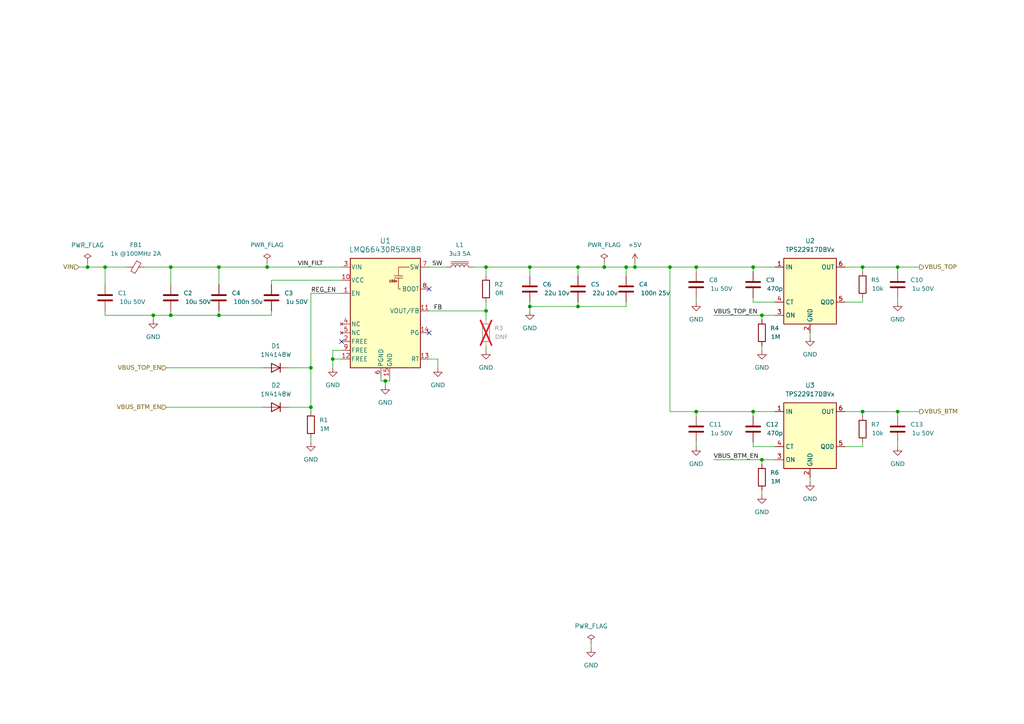
<source format=kicad_sch>
(kicad_sch (version 20230121) (generator eeschema)
  (paper "A4")
  (title_block (title "Demo Board") (date "2023-11-27") (rev "A") (company "The Cornell Lab, K. Lisa Yang Center for Conservation Bioacoustics") (comment 2 "Drawn by: Jordan Aceto") (comment 3 "Brief: PCB to demo KiCad documentation scripts") (comment 4 "Project: Engineering Tools"))
  (lib_symbols
    (symbol "ccb_DC-DC:LMQ66430-5V" (pin_names (offset 0.254))
      (property "Reference" "U?" (at 0 20.32 0))
      (property "Value" "LMQ66430-5V" (at 0 17.78 0))
      (symbol "LMQ66430-5V_0_1"
        (rectangle (start -10.16 15.24) (end 10.16 -16.51) (stroke (width 0.254)) (fill (type background)))
        (polyline (pts (xy 2.54 9.525) (xy 5.08 9.525)))
        (polyline (pts (xy 2.54 10.16) (xy 5.08 10.16)))
        (polyline (pts (xy 3.81 9.525) (xy 3.81 6.35) (xy 4.445 6.35)))
        (polyline (pts (xy 3.81 10.16) (xy 3.81 12.7) (xy 6.985 12.7)))
      )
      (symbol "LMQ66430-5V_1_0"
        (pin power_out line (at -12.7 8.89 0) (length 2.54) (name "VCC") (number "10"))
        (pin power_out line (at 12.7 0 180) (length 2.54) (name "VOUT/FB") (number "11"))
        (pin free line (at -12.7 -13.97 0) (length 2.54) (name "FREE") (number "12"))
        (pin input line (at 12.7 -13.97 180) (length 2.54) (name "RT") (number "13"))
        (pin open_collector line (at 12.7 -6.35 180) (length 2.54) (name "PG") (number "14"))
        (pin power_in line (at 1.27 -19.05 90) (length 2.54) (name "GND") (number "15"))
      )
      (symbol "LMQ66430-5V_1_1"
        (text "100n" (at 2.286 8.636 0) (effects (font (size 0.635 0.635))))
        (pin input line (at -12.7 5.08 0) (length 2.54) (name "EN") (number "1"))
        (pin free line (at -12.7 -8.89 0) (length 2.54) (name "FREE") (number "2"))
        (pin power_in line (at -12.7 12.7 0) (length 2.54) (name "VIN") (number "3"))
        (pin no_connect line (at -12.7 -3.81 0) (length 2.54) (name "NC") (number "4"))
        (pin no_connect line (at -12.7 -6.35 0) (length 2.54) (name "NC") (number "5"))
        (pin power_in line (at -1.27 -19.05 90) (length 2.54) (name "PGND") (number "6"))
        (pin output line (at 12.7 12.7 180) (length 2.54) (name "SW") (number "7"))
        (pin output line (at 12.7 6.35 180) (length 2.54) (name "BOOT") (number "8"))
        (pin free line (at -12.7 -11.43 0) (length 2.54) (name "FREE") (number "9"))
      )
    )
    (symbol "ccb_capacitor:CAP_CER_0.1UF_100V_X7R_0603" (pin_numbers hide) (pin_names (offset 0.254))
      (property "Reference" "C?" (at 3.81 1.27 0))
      (property "Value" "100n" (at 3.81 -1.27 0))
      (symbol "CAP_CER_0.1UF_100V_X7R_0603_0_1"
        (polyline (pts (xy -2.032 -0.762) (xy 2.032 -0.762)) (stroke (width 0.508)))
        (polyline (pts (xy -2.032 0.762) (xy 2.032 0.762)) (stroke (width 0.508)))
      )
      (symbol "CAP_CER_0.1UF_100V_X7R_0603_1_1"
        (pin passive line (at 0 3.81 270) (length 2.794) (name "~") (number "1"))
        (pin passive line (at 0 -3.81 90) (length 2.794) (name "~") (number "2"))
      )
    )
    (symbol "ccb_capacitor:CAP_CER_10UF_50V_X7R_1210" (pin_numbers hide) (pin_names (offset 0.254))
      (property "Reference" "C?" (at 3.81 1.27 0))
      (property "Value" "10u" (at 3.81 -1.27 0))
      (symbol "CAP_CER_10UF_50V_X7R_1210_0_1"
        (polyline (pts (xy -2.032 -0.762) (xy 2.032 -0.762)) (stroke (width 0.508)))
        (polyline (pts (xy -2.032 0.762) (xy 2.032 0.762)) (stroke (width 0.508)))
      )
      (symbol "CAP_CER_10UF_50V_X7R_1210_1_1"
        (pin passive line (at 0 3.81 270) (length 2.794) (name "~") (number "1"))
        (pin passive line (at 0 -3.81 90) (length 2.794) (name "~") (number "2"))
      )
    )
    (symbol "ccb_capacitor:CAP_CER_1UF_50V_X5R_0603" (pin_numbers hide) (pin_names (offset 0.254))
      (property "Reference" "C?" (at 3.81 1.27 0))
      (property "Value" "1u" (at 3.81 -1.27 0))
      (symbol "CAP_CER_1UF_50V_X5R_0603_0_1"
        (polyline (pts (xy -2.032 -0.762) (xy 2.032 -0.762)) (stroke (width 0.508)))
        (polyline (pts (xy -2.032 0.762) (xy 2.032 0.762)) (stroke (width 0.508)))
      )
      (symbol "CAP_CER_1UF_50V_X5R_0603_1_1"
        (pin passive line (at 0 3.81 270) (length 2.794) (name "~") (number "1"))
        (pin passive line (at 0 -3.81 90) (length 2.794) (name "~") (number "2"))
      )
    )
    (symbol "ccb_capacitor:CAP_CER_22UF_10V_X7R_1206" (pin_numbers hide) (pin_names (offset 0.254))
      (property "Reference" "C?" (at 3.81 1.27 0))
      (property "Value" "22u" (at 3.81 -1.27 0))
      (symbol "CAP_CER_22UF_10V_X7R_1206_0_1"
        (polyline (pts (xy -2.032 -0.762) (xy 2.032 -0.762)) (stroke (width 0.508)))
        (polyline (pts (xy -2.032 0.762) (xy 2.032 0.762)) (stroke (width 0.508)))
      )
      (symbol "CAP_CER_22UF_10V_X7R_1206_1_1"
        (pin passive line (at 0 3.81 270) (length 2.794) (name "~") (number "1"))
        (pin passive line (at 0 -3.81 90) (length 2.794) (name "~") (number "2"))
      )
    )
    (symbol "ccb_capacitor:CAP_CER_470PF_50V_C0G/NP0_0603" (pin_numbers hide) (pin_names (offset 0.254))
      (property "Reference" "C?" (at 3.81 1.27 0))
      (property "Value" "470p" (at 3.81 -1.27 0))
      (symbol "CAP_CER_470PF_50V_C0G/NP0_0603_0_1"
        (polyline (pts (xy -2.032 -0.762) (xy 2.032 -0.762)) (stroke (width 0.508)))
        (polyline (pts (xy -2.032 0.762) (xy 2.032 0.762)) (stroke (width 0.508)))
      )
      (symbol "CAP_CER_470PF_50V_C0G/NP0_0603_1_1"
        (pin passive line (at 0 3.81 270) (length 2.794) (name "~") (number "1"))
        (pin passive line (at 0 -3.81 90) (length 2.794) (name "~") (number "2"))
      )
    )
    (symbol "ccb_diode:1N4148W" (pin_numbers hide) (pin_names hide)
      (property "Reference" "D?" (at 0 5.08 0))
      (property "Value" "1N4148W" (at 0 2.54 0))
      (symbol "1N4148W_0_1"
        (polyline (pts (xy -1.27 1.27) (xy -1.27 -1.27)) (stroke (width 0.254)))
        (polyline (pts (xy 1.27 0) (xy -1.27 0)))
        (polyline (pts (xy 1.27 1.27) (xy 1.27 -1.27) (xy -1.27 0) (xy 1.27 1.27)) (stroke (width 0.254)))
      )
      (symbol "1N4148W_1_1"
        (pin passive line (at -3.81 0 0) (length 2.54) (name "K") (number "1"))
        (pin passive line (at 3.81 0 180) (length 2.54) (name "A") (number "2"))
      )
    )
    (symbol "ccb_inductor:FERRITE_BEAD_1K_OHM_1210_1LN" (pin_numbers hide) (pin_names (offset 0))
      (property "Reference" "FB?" (at -0.0381 6.35 0))
      (property "Value" "1k @100MHz 2A" (at -0.0381 3.81 0))
      (symbol "FERRITE_BEAD_1K_OHM_1210_1LN_0_1"
        (polyline (pts (xy -0.889 0) (xy -1.2954 0)))
        (polyline (pts (xy 1.27 0) (xy 0.7874 0)))
        (polyline (pts (xy -0.2794 -1.8288) (xy -1.4986 -1.1176) (xy 0.2032 1.8288) (xy 1.4224 1.1176) (xy -0.2794 -1.8288)))
      )
      (symbol "FERRITE_BEAD_1K_OHM_1210_1LN_1_1"
        (pin passive line (at -2.54 0 0) (length 1.27) (name "~") (number "1"))
        (pin passive line (at 2.54 0 180) (length 1.27) (name "~") (number "2"))
      )
    )
    (symbol "ccb_inductor:XGL4030-332MEC" (pin_numbers hide) (pin_names (offset 1.016) hide)
      (property "Reference" "L?" (at 0 5.08 0))
      (property "Value" "3u3 5A" (at 0 2.54 0))
      (symbol "XGL4030-332MEC_0_1"
        (arc (start -1.27 0) (mid -1.905 0.6323) (end -2.54 0))
        (arc (start 0 0) (mid -0.635 0.6323) (end -1.27 0))
        (polyline (pts (xy -2.54 1.016) (xy 2.54 1.016)))
        (polyline (pts (xy 2.54 1.524) (xy -2.54 1.524)))
        (arc (start 1.27 0) (mid 0.635 0.6323) (end 0 0))
        (arc (start 2.54 0) (mid 1.905 0.6323) (end 1.27 0))
      )
      (symbol "XGL4030-332MEC_1_1"
        (pin passive line (at -3.81 0 0) (length 1.27) (name "1") (number "1"))
        (pin passive line (at 3.81 0 180) (length 1.27) (name "2") (number "2"))
      )
    )
    (symbol "ccb_load_switch:TPS22917DBVx"
      (property "Reference" "U?" (at 0 12.7 0))
      (property "Value" "TPS22917DBVx" (at 0 10.16 0))
      (symbol "TPS22917DBVx_1_1"
        (rectangle (start -7.62 8.89) (end 7.62 -10.16) (stroke (width 0.254)) (fill (type background)))
        (pin power_in line (at -10.16 6.35 0) (length 2.54) (name "IN") (number "1"))
        (pin power_in line (at 0 -12.7 90) (length 2.54) (name "GND") (number "2"))
        (pin input line (at -10.16 -7.62 0) (length 2.54) (name "ON") (number "3"))
        (pin output line (at -10.16 -3.81 0) (length 2.54) (name "CT") (number "4"))
        (pin open_collector line (at 10.16 -3.81 180) (length 2.54) (name "QOD") (number "5"))
        (pin power_out line (at 10.16 6.35 180) (length 2.54) (name "OUT") (number "6"))
      )
    )
    (symbol "ccb_resistor:RES_SMD_0_OHM_JUMPER_1/10W_0603" (pin_numbers hide) (pin_names (offset 0))
      (property "Reference" "R?" (at 2.54 1.27 0))
      (property "Value" "0R" (at 2.54 -1.27 0))
      (symbol "RES_SMD_0_OHM_JUMPER_1/10W_0603_0_1"
        (rectangle (start -1.016 -2.54) (end 1.016 2.54) (stroke (width 0.254)))
      )
      (symbol "RES_SMD_0_OHM_JUMPER_1/10W_0603_1_1"
        (pin passive line (at 0 3.81 270) (length 1.27) (name "~") (number "1"))
        (pin passive line (at 0 -3.81 90) (length 1.27) (name "~") (number "2"))
      )
    )
    (symbol "ccb_resistor:RES_SMD_10K_OHM_1%_1/10W_0603" (pin_numbers hide) (pin_names (offset 0))
      (property "Reference" "R?" (at 2.54 1.27 0))
      (property "Value" "10k" (at 2.54 -1.27 0))
      (symbol "RES_SMD_10K_OHM_1%_1/10W_0603_0_1"
        (rectangle (start -1.016 -2.54) (end 1.016 2.54) (stroke (width 0.254)))
      )
      (symbol "RES_SMD_10K_OHM_1%_1/10W_0603_1_1"
        (pin passive line (at 0 3.81 270) (length 1.27) (name "~") (number "1"))
        (pin passive line (at 0 -3.81 90) (length 1.27) (name "~") (number "2"))
      )
    )
    (symbol "ccb_resistor:RES_SMD_1M_OHM_1%_1/10W_0603" (pin_numbers hide) (pin_names (offset 0))
      (property "Reference" "R?" (at 2.54 1.27 0))
      (property "Value" "1k2" (at 2.54 -1.27 0))
      (symbol "RES_SMD_1M_OHM_1%_1/10W_0603_0_1"
        (rectangle (start -1.016 -2.54) (end 1.016 2.54) (stroke (width 0.254)))
      )
      (symbol "RES_SMD_1M_OHM_1%_1/10W_0603_1_1"
        (pin passive line (at 0 3.81 270) (length 1.27) (name "~") (number "1"))
        (pin passive line (at 0 -3.81 90) (length 1.27) (name "~") (number "2"))
      )
    )
    (symbol "ccb_resistor:R_0603_DNP" (pin_numbers hide) (pin_names (offset 0))
      (property "Reference" "R?" (at 2.54 1.27 0))
      (property "Value" "DNP" (at 2.54 -1.27 0))
      (symbol "R_0603_DNP_0_1"
        (rectangle (start -1.016 -2.54) (end 1.016 2.54) (stroke (width 0.254)))
      )
      (symbol "R_0603_DNP_1_1"
        (pin passive line (at 0 3.81 270) (length 1.27) (name "~") (number "1"))
        (pin passive line (at 0 -3.81 90) (length 1.27) (name "~") (number "2"))
      )
    )
    (symbol "power:+5V" (power) (pin_names (offset 0))
      (property "Value" "+5V" (at 0 3.556 0))
      (symbol "+5V_0_1"
        (polyline (pts (xy -0.762 1.27) (xy 0 2.54)))
        (polyline (pts (xy 0 0) (xy 0 2.54)))
        (polyline (pts (xy 0 2.54) (xy 0.762 1.27)))
      )
      (symbol "+5V_1_1"
        (pin power_in line (at 0 0 90) (length 0) hide (name "+5V") (number "1"))
      )
    )
    (symbol "power:GND" (power) (pin_names (offset 0))
      (property "Value" "GND" (at 0 -3.81 0))
      (symbol "GND_0_1"
        (polyline (pts (xy 0 0) (xy 0 -1.27) (xy 1.27 -1.27) (xy 0 -2.54) (xy -1.27 -1.27) (xy 0 -1.27)))
      )
      (symbol "GND_1_1"
        (pin power_in line (at 0 0 270) (length 0) hide (name "GND") (number "1"))
      )
    )
    (symbol "power:PWR_FLAG" (power) (pin_numbers hide) (pin_names (offset 0) hide)
      (property "Value" "PWR_FLAG" (at 0 3.81 0))
      (symbol "PWR_FLAG_0_0"
        (pin power_out line (at 0 0 90) (length 0) (name "pwr") (number "1"))
      )
      (symbol "PWR_FLAG_0_1"
        (polyline (pts (xy 0 0) (xy 0 1.27) (xy -1.016 1.905) (xy 0 2.54) (xy 1.016 1.905) (xy 0 1.27)))
      )
    )
  )
  (junction (at 44.45 91.44))
  (junction (at 260.35 77.47))
  (junction (at 77.47 77.47))
  (junction (at 30.48 77.47))
  (junction (at 260.35 119.38))
  (junction (at 111.76 110.49))
  (junction (at 220.98 133.35))
  (junction (at 49.53 77.47))
  (junction (at 96.52 104.14))
  (junction (at 201.93 77.47))
  (junction (at 194.31 77.47))
  (junction (at 167.64 88.9))
  (junction (at 90.17 106.68))
  (junction (at 250.19 77.47))
  (junction (at 218.44 119.38))
  (junction (at 25.4 77.47))
  (junction (at 90.17 118.11))
  (junction (at 63.5 91.44))
  (junction (at 220.98 91.44))
  (junction (at 49.53 91.44))
  (junction (at 140.97 90.17))
  (junction (at 250.19 119.38))
  (junction (at 153.67 77.47))
  (junction (at 181.61 77.47))
  (junction (at 153.67 88.9))
  (junction (at 201.93 119.38))
  (junction (at 63.5 77.47))
  (junction (at 218.44 77.47))
  (junction (at 140.97 77.47))
  (junction (at 184.15 77.47))
  (junction (at 175.26 77.47))
  (junction (at 167.64 77.47))
  (no_connect (at 99.06 99.06))
  (no_connect (at 124.46 83.82))
  (no_connect (at 124.46 96.52))
  (wire (pts (xy 63.5 91.44) (xy 78.74 91.44)))
  (wire (pts (xy 224.79 129.54) (xy 218.44 129.54)))
  (wire (pts (xy 140.97 90.17) (xy 140.97 92.71)))
  (wire (pts (xy 90.17 85.09) (xy 90.17 106.68)))
  (wire (pts (xy 260.35 77.47) (xy 260.35 78.74)))
  (wire (pts (xy 250.19 78.74) (xy 250.19 77.47)))
  (wire (pts (xy 30.48 77.47) (xy 36.83 77.47)))
  (wire (pts (xy 175.26 77.47) (xy 167.64 77.47)))
  (wire (pts (xy 153.67 88.9) (xy 153.67 90.17)))
  (wire (pts (xy 260.35 77.47) (xy 266.7 77.47)))
  (wire (pts (xy 167.64 88.9) (xy 181.61 88.9)))
  (wire (pts (xy 83.82 106.68) (xy 90.17 106.68)))
  (wire (pts (xy 49.53 91.44) (xy 63.5 91.44)))
  (wire (pts (xy 30.48 82.55) (xy 30.48 77.47)))
  (wire (pts (xy 99.06 77.47) (xy 77.47 77.47)))
  (wire (pts (xy 194.31 119.38) (xy 201.93 119.38)))
  (wire (pts (xy 234.95 139.7) (xy 234.95 138.43)))
  (wire (pts (xy 220.98 133.35) (xy 220.98 134.62)))
  (wire (pts (xy 153.67 87.63) (xy 153.67 88.9)))
  (wire (pts (xy 175.26 77.47) (xy 175.26 76.2)))
  (wire (pts (xy 220.98 133.35) (xy 224.79 133.35)))
  (wire (pts (xy 201.93 86.36) (xy 201.93 87.63)))
  (wire (pts (xy 22.86 77.47) (xy 25.4 77.47)))
  (wire (pts (xy 90.17 106.68) (xy 90.17 118.11)))
  (wire (pts (xy 260.35 119.38) (xy 266.7 119.38)))
  (wire (pts (xy 207.01 91.44) (xy 220.98 91.44)))
  (wire (pts (xy 153.67 88.9) (xy 167.64 88.9)))
  (wire (pts (xy 48.26 106.68) (xy 76.2 106.68)))
  (wire (pts (xy 250.19 87.63) (xy 250.19 86.36)))
  (wire (pts (xy 171.45 187.96) (xy 171.45 186.69)))
  (wire (pts (xy 129.54 77.47) (xy 124.46 77.47)))
  (wire (pts (xy 218.44 120.65) (xy 218.44 119.38)))
  (wire (pts (xy 96.52 101.6) (xy 99.06 101.6)))
  (wire (pts (xy 111.76 110.49) (xy 110.49 110.49)))
  (wire (pts (xy 224.79 87.63) (xy 218.44 87.63)))
  (wire (pts (xy 96.52 104.14) (xy 99.06 104.14)))
  (wire (pts (xy 220.98 101.6) (xy 220.98 100.33)))
  (wire (pts (xy 78.74 91.44) (xy 78.74 90.17)))
  (wire (pts (xy 140.97 90.17) (xy 140.97 87.63)))
  (wire (pts (xy 63.5 77.47) (xy 63.5 82.55)))
  (wire (pts (xy 184.15 76.2) (xy 184.15 77.47)))
  (wire (pts (xy 127 104.14) (xy 124.46 104.14)))
  (wire (pts (xy 78.74 82.55) (xy 78.74 81.28)))
  (wire (pts (xy 25.4 77.47) (xy 30.48 77.47)))
  (wire (pts (xy 201.93 77.47) (xy 218.44 77.47)))
  (wire (pts (xy 245.11 87.63) (xy 250.19 87.63)))
  (wire (pts (xy 77.47 77.47) (xy 77.47 76.2)))
  (wire (pts (xy 260.35 86.36) (xy 260.35 87.63)))
  (wire (pts (xy 260.35 119.38) (xy 260.35 120.65)))
  (wire (pts (xy 90.17 85.09) (xy 99.06 85.09)))
  (wire (pts (xy 207.01 133.35) (xy 220.98 133.35)))
  (wire (pts (xy 49.53 91.44) (xy 49.53 90.17)))
  (wire (pts (xy 25.4 76.2) (xy 25.4 77.47)))
  (wire (pts (xy 181.61 88.9) (xy 181.61 87.63)))
  (wire (pts (xy 90.17 118.11) (xy 90.17 119.38)))
  (wire (pts (xy 41.91 77.47) (xy 49.53 77.47)))
  (wire (pts (xy 201.93 78.74) (xy 201.93 77.47)))
  (wire (pts (xy 184.15 77.47) (xy 194.31 77.47)))
  (wire (pts (xy 218.44 87.63) (xy 218.44 86.36)))
  (wire (pts (xy 30.48 91.44) (xy 44.45 91.44)))
  (wire (pts (xy 63.5 77.47) (xy 49.53 77.47)))
  (wire (pts (xy 250.19 119.38) (xy 245.11 119.38)))
  (wire (pts (xy 167.64 87.63) (xy 167.64 88.9)))
  (wire (pts (xy 153.67 77.47) (xy 167.64 77.47)))
  (wire (pts (xy 250.19 119.38) (xy 260.35 119.38)))
  (wire (pts (xy 218.44 77.47) (xy 224.79 77.47)))
  (wire (pts (xy 140.97 77.47) (xy 137.16 77.47)))
  (wire (pts (xy 49.53 77.47) (xy 49.53 82.55)))
  (wire (pts (xy 194.31 77.47) (xy 194.31 119.38)))
  (wire (pts (xy 181.61 80.01) (xy 181.61 77.47)))
  (wire (pts (xy 220.98 91.44) (xy 224.79 91.44)))
  (wire (pts (xy 220.98 143.51) (xy 220.98 142.24)))
  (wire (pts (xy 83.82 118.11) (xy 90.17 118.11)))
  (wire (pts (xy 124.46 90.17) (xy 140.97 90.17)))
  (wire (pts (xy 111.76 111.76) (xy 111.76 110.49)))
  (wire (pts (xy 44.45 92.71) (xy 44.45 91.44)))
  (wire (pts (xy 63.5 90.17) (xy 63.5 91.44)))
  (wire (pts (xy 30.48 90.17) (xy 30.48 91.44)))
  (wire (pts (xy 127 104.14) (xy 127 106.68)))
  (wire (pts (xy 250.19 77.47) (xy 260.35 77.47)))
  (wire (pts (xy 250.19 120.65) (xy 250.19 119.38)))
  (wire (pts (xy 113.03 110.49) (xy 113.03 109.22)))
  (wire (pts (xy 90.17 128.27) (xy 90.17 127)))
  (wire (pts (xy 78.74 81.28) (xy 99.06 81.28)))
  (wire (pts (xy 201.93 119.38) (xy 218.44 119.38)))
  (wire (pts (xy 96.52 104.14) (xy 96.52 101.6)))
  (wire (pts (xy 153.67 77.47) (xy 153.67 80.01)))
  (wire (pts (xy 220.98 91.44) (xy 220.98 92.71)))
  (wire (pts (xy 218.44 119.38) (xy 224.79 119.38)))
  (wire (pts (xy 111.76 110.49) (xy 113.03 110.49)))
  (wire (pts (xy 218.44 78.74) (xy 218.44 77.47)))
  (wire (pts (xy 194.31 77.47) (xy 201.93 77.47)))
  (wire (pts (xy 167.64 77.47) (xy 167.64 80.01)))
  (wire (pts (xy 96.52 106.68) (xy 96.52 104.14)))
  (wire (pts (xy 140.97 100.33) (xy 140.97 101.6)))
  (wire (pts (xy 201.93 128.27) (xy 201.93 129.54)))
  (wire (pts (xy 77.47 77.47) (xy 63.5 77.47)))
  (wire (pts (xy 44.45 91.44) (xy 49.53 91.44)))
  (wire (pts (xy 140.97 80.01) (xy 140.97 77.47)))
  (wire (pts (xy 234.95 97.79) (xy 234.95 96.52)))
  (wire (pts (xy 260.35 128.27) (xy 260.35 129.54)))
  (wire (pts (xy 110.49 110.49) (xy 110.49 109.22)))
  (wire (pts (xy 140.97 77.47) (xy 153.67 77.47)))
  (wire (pts (xy 181.61 77.47) (xy 175.26 77.47)))
  (wire (pts (xy 181.61 77.47) (xy 184.15 77.47)))
  (wire (pts (xy 245.11 129.54) (xy 250.19 129.54)))
  (wire (pts (xy 201.93 120.65) (xy 201.93 119.38)))
  (wire (pts (xy 250.19 129.54) (xy 250.19 128.27)))
  (wire (pts (xy 250.19 77.47) (xy 245.11 77.47)))
  (wire (pts (xy 48.26 118.11) (xy 76.2 118.11)))
  (wire (pts (xy 218.44 129.54) (xy 218.44 128.27)))
  (label "VIN_FILT" (at 86.36 77.47 0))
  (label "REG_EN" (at 90.17 85.09 0))
  (label "VBUS_BTM_EN" (at 207.01 133.35 0))
  (label "SW" (at 128.27 77.47 180))
  (label "VBUS_TOP_EN" (at 207.01 91.44 0))
  (label "FB" (at 125.73 90.17 0))
  (hierarchical_label "VBUS_BTM" (shape output) (at 266.7 119.38 0))
  (hierarchical_label "VBUS_TOP_EN" (shape input) (at 48.26 106.68 180))
  (hierarchical_label "VBUS_BTM_EN" (shape input) (at 48.26 118.11 180))
  (hierarchical_label "VIN" (shape input) (at 22.86 77.47 180))
  (hierarchical_label "VBUS_TOP" (shape output) (at 266.7 77.47 0))
  (symbol (lib_id "power:GND") (at 44.45 92.71 0) (unit 1)
    (property "Reference" "#PWR03" (effects hide))
    (property "Value" "GND" (at 44.45 97.79 0))
    (instances (project "example_board" (path "" (reference "#PWR03") (unit 1)) (path "" (reference "#PWR04") (unit 1))))
  )
  (symbol (lib_id "power:PWR_FLAG") (at 77.47 76.2 0) (unit 1)
    (property "Reference" "#FLG01" (effects hide))
    (property "Value" "PWR_FLAG" (at 77.47 71.12 0))
    (instances (project "example_board" (path "" (reference "#FLG01") (unit 1)) (path "" (reference "#FLG03") (unit 1))))
  )
  (symbol (lib_id "power:GND") (at 201.93 87.63 0) (unit 1)
    (property "Reference" "#PWR034" (effects hide))
    (property "Value" "GND" (at 201.93 92.71 0))
  )
  (symbol (lib_id "power:PWR_FLAG") (at 25.4 76.2 0) (unit 1)
    (property "Reference" "#FLG01" (effects hide))
    (property "Value" "PWR_FLAG" (at 25.4 71.12 0))
  )
  (symbol (lib_id "ccb_capacitor:CAP_CER_1UF_50V_X5R_0603") (at 201.93 82.55 0) (unit 1)
    (property "Reference" "C8" (at 205.74 81.28 0) (effects (justify left)))
    (property "Value" "1u 50V" (at 205.74 83.82 0) (effects (justify left)))
    (property "Footprint" "ccb_capacitor:C_0603_1608Metric" (effects hide))
    (property "Manufacturer" "Murata Electronics" (effects hide))
    (property "MPN" "GRT188R61H105KE13D" (effects hide))
    (property "Type" "SMD" (effects hide))
  )
  (symbol (lib_id "ccb_capacitor:CAP_CER_470PF_50V_C0G/NP0_0603") (at 218.44 82.55 0) (unit 1)
    (property "Reference" "C9" (at 222.25 81.28 0) (effects (justify left)))
    (property "Value" "470p" (at 222.25 83.82 0) (effects (justify left)))
    (property "Footprint" "ccb_capacitor:C_0603_1608Metric" (effects hide))
    (property "Manufacturer" "Samsung Electro-Mechanics" (effects hide))
    (property "MPN" "CL10C471JB81PNL" (effects hide))
    (property "Type" "SMD" (effects hide))
  )
  (symbol (lib_id "power:GND") (at 153.67 90.17 0) (unit 1)
    (property "Reference" "#PWR019" (effects hide))
    (property "Value" "GND" (at 153.67 95.25 0))
    (instances (project "example_board" (path "" (reference "#PWR019") (unit 1)) (path "" (reference "#PWR023") (unit 1))))
  )
  (symbol (lib_id "ccb_resistor:R_0603_DNP") (at 140.97 96.52 0) (unit 1) (dnp yes)
    (property "Reference" "R3" (at 143.51 95.25 0) (effects (justify left)))
    (property "Value" "DNF" (at 143.51 97.79 0) (effects (justify left)))
    (property "Footprint" "ccb_resistor:R_0603_1608Metric" (effects hide))
    (property "Manufacturer" "Do not purchase or place" (effects hide))
    (property "MPN" "Do not purchase or place" (effects hide))
    (property "Type" "SMD" (effects hide))
  )
  (symbol (lib_id "power:GND") (at 220.98 101.6 0) (unit 1)
    (property "Reference" "#PWR019" (effects hide))
    (property "Value" "GND" (at 220.98 106.68 0))
  )
  (symbol (lib_id "ccb_capacitor:CAP_CER_10UF_50V_X7R_1210") (at 49.53 86.36 0) (unit 1)
    (property "Reference" "C2" (at 53.34 85.09 0) (effects (justify left)))
    (property "Value" "10u 50V" (at 53.34 87.63 0) (effects (justify left)))
    (property "Footprint" "ccb_capacitor:C_1210_3225Metric" (effects hide))
    (property "Manufacturer" "Samsung Electro-Mechanics" (effects hide))
    (property "MPN" "CL32B106KBJNNNE" (effects hide))
    (property "Type" "SMD" (effects hide))
  )
  (symbol (lib_id "power:PWR_FLAG") (at 175.26 76.2 0) (unit 1)
    (property "Reference" "#FLG01" (effects hide))
    (property "Value" "PWR_FLAG" (at 175.26 71.12 0))
    (instances (project "example_board" (path "" (reference "#FLG01") (unit 1)) (path "" (reference "#FLG0301") (unit 1))))
  )
  (symbol (lib_id "ccb_capacitor:CAP_CER_470PF_50V_C0G/NP0_0603") (at 218.44 124.46 0) (unit 1)
    (property "Reference" "C12" (at 222.25 123.19 0) (effects (justify left)))
    (property "Value" "470p" (at 222.25 125.73 0) (effects (justify left)))
    (property "Footprint" "ccb_capacitor:C_0603_1608Metric" (effects hide))
    (property "Manufacturer" "Samsung Electro-Mechanics" (effects hide))
    (property "MPN" "CL10C471JB81PNL" (effects hide))
    (property "Type" "SMD" (effects hide))
  )
  (symbol (lib_id "power:GND") (at 111.76 111.76 0) (unit 1)
    (property "Reference" "#PWR013" (effects hide))
    (property "Value" "GND" (at 111.76 116.84 0))
    (instances (project "example_board" (path "" (reference "#PWR013") (unit 1)) (path "" (reference "#PWR021") (unit 1))))
  )
  (symbol (lib_id "power:GND") (at 90.17 128.27 0) (unit 1)
    (property "Reference" "#PWR018" (effects hide))
    (property "Value" "GND" (at 90.17 133.35 0))
  )
  (symbol (lib_id "ccb_capacitor:CAP_CER_1UF_50V_X5R_0603") (at 260.35 124.46 0) (unit 1)
    (property "Reference" "C13" (at 264.16 123.19 0) (effects (justify left)))
    (property "Value" "1u 50V" (at 264.16 125.73 0) (effects (justify left)))
    (property "Footprint" "ccb_capacitor:C_0603_1608Metric" (effects hide))
    (property "Manufacturer" "Murata Electronics" (effects hide))
    (property "MPN" "GRT188R61H105KE13D" (effects hide))
    (property "Type" "SMD" (effects hide))
  )
  (symbol (lib_id "ccb_capacitor:CAP_CER_0.1UF_100V_X7R_0603") (at 63.5 86.36 0) (unit 1)
    (property "Reference" "C4" (at 67.31 85.09 0) (effects (justify left)))
    (property "Value" "100n 50v" (at 67.31 87.63 0) (effects (justify left)))
    (property "Footprint" "ccb_capacitor:C_0603_1608Metric" (effects hide))
    (property "Manufacturer" "Murata Electronics" (effects hide))
    (property "MPN" "GRM188R72A104KA35D" (effects hide))
    (property "Type" "SMD" (effects hide))
    (instances (project "example_board" (path "" (reference "C4") (unit 1)) (path "" (reference "C3") (unit 1))))
  )
  (symbol (lib_id "ccb_resistor:RES_SMD_1M_OHM_1%_1/10W_0603") (at 220.98 96.52 0) (unit 1)
    (property "Reference" "R4" (at 223.52 95.25 0) (effects (justify left)))
    (property "Value" "1M" (at 223.52 97.79 0) (effects (justify left)))
    (property "Footprint" "ccb_resistor:R_0603_1608Metric" (effects hide))
    (property "Manufacturer" "Stackpole Electronics Inc" (effects hide))
    (property "MPN" "RMCF0603FT1M00" (effects hide))
    (property "Type" "SMD" (effects hide))
  )
  (symbol (lib_id "ccb_inductor:FERRITE_BEAD_1K_OHM_1210_1LN") (at 39.37 77.47 180) (unit 1)
    (property "Reference" "FB1" (at 39.4081 71.12 0))
    (property "Value" "1k @100MHz 2A" (at 39.4081 73.66 0))
    (property "Footprint" "ccb_inductor:L_1210_3225Metric" (effects hide))
    (property "Manufacturer" "Taiyo Yuden" (effects hide))
    (property "MPN" "LSMGA322525T102NG" (effects hide))
    (property "Type" "SMD" (effects hide))
  )
  (symbol (lib_id "ccb_capacitor:CAP_CER_0.1UF_100V_X7R_0603") (at 181.61 83.82 0) (unit 1)
    (property "Reference" "C4" (at 185.42 82.55 0) (effects (justify left)))
    (property "Value" "100n 25v" (at 185.42 85.09 0) (effects (justify left)))
    (property "Footprint" "ccb_capacitor:C_0603_1608Metric" (effects hide))
    (property "Manufacturer" "Murata Electronics" (effects hide))
    (property "MPN" "GRM188R72A104KA35D" (effects hide))
    (property "Type" "SMD" (effects hide))
    (instances (project "example_board" (path "" (reference "C4") (unit 1)) (path "" (reference "C7") (unit 1))))
  )
  (symbol (lib_id "ccb_capacitor:CAP_CER_22UF_10V_X7R_1206") (at 153.67 83.82 0) (unit 1)
    (property "Reference" "C6" (at 157.48 82.55 0) (effects (justify left)))
    (property "Value" "22u 10v" (at 157.48 85.09 0) (effects (justify left)))
    (property "Footprint" "ccb_capacitor:C_1206_3216Metric" (effects hide))
    (property "Manufacturer" "Samsung Electro-Mechanics" (effects hide))
    (property "MPN" "CL31B226MPHNNNE" (effects hide))
    (property "Type" "SMD" (effects hide))
    (instances (project "example_board" (path "" (reference "C6") (unit 1)) (path "" (reference "C5") (unit 1))))
  )
  (symbol (lib_id "power:GND") (at 260.35 87.63 0) (unit 1)
    (property "Reference" "#PWR041" (effects hide))
    (property "Value" "GND" (at 260.35 92.71 0))
  )
  (symbol (lib_id "power:GND") (at 260.35 129.54 0) (unit 1)
    (property "Reference" "#PWR016" (effects hide))
    (property "Value" "GND" (at 260.35 134.62 0))
  )
  (symbol (lib_id "power:GND") (at 140.97 101.6 0) (unit 1)
    (property "Reference" "#PWR019" (effects hide))
    (property "Value" "GND" (at 140.97 106.68 0))
    (instances (project "example_board" (path "" (reference "#PWR019") (unit 1)) (path "" (reference "#PWR0301") (unit 1))))
  )
  (symbol (lib_id "ccb_diode:1N4148W") (at 80.01 106.68 180) (unit 1)
    (property "Reference" "D1" (at 80.01 100.33 0))
    (property "Value" "1N4148W" (at 80.01 102.87 0))
    (property "Footprint" "ccb_diode:D_SOD-123" (effects hide))
    (property "Datasheet" "https://rocelec.widen.net/view/pdf/tf3dlteblx/FAIR-S-A0000573112-1.pdf" (effects hide))
    (property "Manufacturer" "Diodes Incorporated" (effects hide))
    (property "MPN" "1N4148W-13-F" (effects hide))
    (property "Type" "SMD" (effects hide))
  )
  (symbol (lib_id "power:GND") (at 127 106.68 0) (unit 1)
    (property "Reference" "#PWR018" (effects hide))
    (property "Value" "GND" (at 127 111.76 0))
    (instances (project "example_board" (path "" (reference "#PWR018") (unit 1)) (path "" (reference "#PWR022") (unit 1))))
  )
  (symbol (lib_id "ccb_capacitor:CAP_CER_10UF_50V_X7R_1210") (at 30.48 86.36 0) (unit 1)
    (property "Reference" "C1" (at 34.29 85.09 0) (effects (justify left)))
    (property "Value" "10u 50V" (at 34.29 87.63 0) (effects (justify left)))
    (property "Footprint" "ccb_capacitor:C_1210_3225Metric" (effects hide))
    (property "Manufacturer" "Samsung Electro-Mechanics" (effects hide))
    (property "MPN" "CL32B106KBJNNNE" (effects hide))
    (property "Type" "SMD" (effects hide))
  )
  (symbol (lib_id "ccb_capacitor:CAP_CER_1UF_50V_X5R_0603") (at 78.74 86.36 0) (unit 1)
    (property "Reference" "C3" (at 82.55 85.09 0) (effects (justify left)))
    (property "Value" "1u 50V" (at 82.55 87.63 0) (effects (justify left)))
    (property "Footprint" "ccb_capacitor:C_0603_1608Metric" (effects hide))
    (property "Manufacturer" "Murata Electronics" (effects hide))
    (property "MPN" "GRT188R61H105KE13D" (effects hide))
    (property "Type" "SMD" (effects hide))
    (instances (project "example_board" (path "" (reference "C3") (unit 1)) (path "" (reference "C4") (unit 1))))
  )
  (symbol (lib_id "ccb_capacitor:CAP_CER_22UF_10V_X7R_1206") (at 167.64 83.82 0) (unit 1)
    (property "Reference" "C5" (at 171.45 82.55 0) (effects (justify left)))
    (property "Value" "22u 10v" (at 171.45 85.09 0) (effects (justify left)))
    (property "Footprint" "ccb_capacitor:C_1206_3216Metric" (effects hide))
    (property "Manufacturer" "Samsung Electro-Mechanics" (effects hide))
    (property "MPN" "CL31B226MPHNNNE" (effects hide))
    (property "Type" "SMD" (effects hide))
    (instances (project "example_board" (path "" (reference "C5") (unit 1)) (path "" (reference "C6") (unit 1))))
  )
  (symbol (lib_id "ccb_resistor:RES_SMD_1M_OHM_1%_1/10W_0603") (at 220.98 138.43 0) (unit 1)
    (property "Reference" "R6" (at 223.52 137.16 0) (effects (justify left)))
    (property "Value" "1M" (at 223.52 139.7 0) (effects (justify left)))
    (property "Footprint" "ccb_resistor:R_0603_1608Metric" (effects hide))
    (property "Manufacturer" "Stackpole Electronics Inc" (effects hide))
    (property "MPN" "RMCF0603FT1M00" (effects hide))
    (property "Type" "SMD" (effects hide))
  )
  (symbol (lib_id "ccb_diode:1N4148W") (at 80.01 118.11 180) (unit 1)
    (property "Reference" "D2" (at 80.01 111.76 0))
    (property "Value" "1N4148W" (at 80.01 114.3 0))
    (property "Footprint" "ccb_diode:D_SOD-123" (effects hide))
    (property "Datasheet" "https://rocelec.widen.net/view/pdf/tf3dlteblx/FAIR-S-A0000573112-1.pdf" (effects hide))
    (property "Manufacturer" "Diodes Incorporated" (effects hide))
    (property "MPN" "1N4148W-13-F" (effects hide))
    (property "Type" "SMD" (effects hide))
  )
  (symbol (lib_id "ccb_DC-DC:LMQ66430-5V") (at 111.76 90.17 0) (unit 1)
    (property "Reference" "U1" (at 111.76 69.85 0) (effects (font (size 1.524 1.524))))
    (property "Value" "LMQ66430R5RXBR" (at 111.76 72.39 0) (effects (font (size 1.524 1.524))))
    (property "Footprint" "ccb_package_DFN_QFN:VQFN-FCRLF14_RXB_TEX" (effects hide))
    (property "Datasheet" "https://www.ti.com/lit/ds/symlink/lmq66430.pdf" (effects hide))
    (property "Type" "SMD" (effects hide))
    (property "Manufacturer" "Texas Instruments" (effects hide))
    (property "Manufacturer Part Number" "LMQ66430R5RXBR" (effects hide))
    (property "MPN" "LMQ66430R5RXBR" (effects hide))
  )
  (symbol (lib_id "power:GND") (at 234.95 97.79 0) (unit 1)
    (property "Reference" "#PWR02" (effects hide))
    (property "Value" "GND" (at 234.95 102.87 0))
  )
  (symbol (lib_id "ccb_resistor:RES_SMD_10K_OHM_1%_1/10W_0603") (at 250.19 124.46 0) (unit 1)
    (property "Reference" "R7" (at 252.73 123.19 0) (effects (justify left)))
    (property "Value" "10k" (at 252.73 125.73 0) (effects (justify left)))
    (property "Footprint" "ccb_resistor:R_0603_1608Metric" (effects hide))
    (property "Manufacturer" "Stackpole Electronics Inc" (effects hide))
    (property "MPN" "RMCF0603FT10K0" (effects hide))
    (property "Type" "SMD" (effects hide))
  )
  (symbol (lib_id "power:PWR_FLAG") (at 171.45 186.69 0) (unit 1)
    (property "Reference" "#FLG02" (effects hide))
    (property "Value" "PWR_FLAG" (at 171.45 181.61 0))
  )
  (symbol (lib_id "ccb_resistor:RES_SMD_10K_OHM_1%_1/10W_0603") (at 250.19 82.55 0) (unit 1)
    (property "Reference" "R5" (at 252.73 81.28 0) (effects (justify left)))
    (property "Value" "10k" (at 252.73 83.82 0) (effects (justify left)))
    (property "Footprint" "ccb_resistor:R_0603_1608Metric" (effects hide))
    (property "Manufacturer" "Stackpole Electronics Inc" (effects hide))
    (property "MPN" "RMCF0603FT10K0" (effects hide))
    (property "Type" "SMD" (effects hide))
  )
  (symbol (lib_id "ccb_resistor:RES_SMD_0_OHM_JUMPER_1/10W_0603") (at 140.97 83.82 0) (unit 1)
    (property "Reference" "R2" (at 143.51 82.55 0) (effects (justify left)))
    (property "Value" "0R" (at 143.51 85.09 0) (effects (justify left)))
    (property "Footprint" "ccb_resistor:R_0603_1608Metric" (effects hide))
    (property "Manufacturer" "YAGEO" (effects hide))
    (property "MPN" "RC0603JR-070RL" (effects hide))
    (property "Type" "SMD" (effects hide))
  )
  (symbol (lib_id "power:GND") (at 201.93 129.54 0) (unit 1)
    (property "Reference" "#PWR014" (effects hide))
    (property "Value" "GND" (at 201.93 134.62 0))
  )
  (symbol (lib_id "ccb_capacitor:CAP_CER_1UF_50V_X5R_0603") (at 260.35 82.55 0) (unit 1)
    (property "Reference" "C10" (at 264.16 81.28 0) (effects (justify left)))
    (property "Value" "1u 50V" (at 264.16 83.82 0) (effects (justify left)))
    (property "Footprint" "ccb_capacitor:C_0603_1608Metric" (effects hide))
    (property "Manufacturer" "Murata Electronics" (effects hide))
    (property "MPN" "GRT188R61H105KE13D" (effects hide))
    (property "Type" "SMD" (effects hide))
  )
  (symbol (lib_id "power:GND") (at 220.98 143.51 0) (unit 1)
    (property "Reference" "#PWR025" (effects hide))
    (property "Value" "GND" (at 220.98 148.59 0))
  )
  (symbol (lib_id "power:GND") (at 171.45 187.96 0) (unit 1)
    (property "Reference" "#PWR03" (effects hide))
    (property "Value" "GND" (at 171.45 193.04 0))
  )
  (symbol (lib_id "power:GND") (at 96.52 106.68 0) (unit 1)
    (property "Reference" "#PWR012" (effects hide))
    (property "Value" "GND" (at 96.52 111.76 0))
    (instances (project "example_board" (path "" (reference "#PWR012") (unit 1)) (path "" (reference "#PWR020") (unit 1))))
  )
  (symbol (lib_id "power:GND") (at 234.95 139.7 0) (unit 1)
    (property "Reference" "#PWR015" (effects hide))
    (property "Value" "GND" (at 234.95 144.78 0))
  )
  (symbol (lib_id "power:+5V") (at 184.15 76.2 0) (unit 1)
    (property "Reference" "#PWR020" (effects hide))
    (property "Value" "+5V" (at 184.15 71.12 0))
    (instances (project "example_board" (path "" (reference "#PWR020") (unit 1)) (path "" (reference "#PWR024") (unit 1))))
  )
  (symbol (lib_id "ccb_inductor:XGL4030-332MEC") (at 133.35 77.47 0) (unit 1)
    (property "Reference" "L1" (at 133.35 71.12 0))
    (property "Value" "3u3 5A" (at 133.35 73.66 0))
    (property "Footprint" "ccb_inductor:L_Coilcraft_XxL4030" (effects hide))
    (property "Datasheet" "https://www.coilcraft.com/getmedia/032d9c73-4222-482f-b6bc-7808590e27c9/xgl4030.pdf" (effects hide))
    (property "Type" "SMD" (effects hide))
    (property "Manufacturer" "Coilcraft" (effects hide))
    (property "Manufacturer Part Number" "XGL4030-332MEC" (effects hide))
    (property "MPN" "XGL4030-332MEC" (effects hide))
  )
  (symbol (lib_id "ccb_load_switch:TPS22917DBVx") (at 234.95 125.73 0) (unit 1)
    (property "Reference" "U3" (at 234.95 111.76 0))
    (property "Value" "TPS22917DBVx" (at 234.95 114.3 0))
    (property "Footprint" "ccb_package_TO_SOT_SMD:SOT-23-6" (effects hide))
    (property "Datasheet" "https://www.ti.com/lit/ds/symlink/tps22917.pdf" (effects hide))
    (property "Type" "SMD" (effects hide))
    (property "Manufacturer" "Texas Instruments" (effects hide))
    (property "Manufacturer Part Number" "TPS22917DBVR" (effects hide))
    (property "MPN" "TPS22917DBVR" (effects hide))
  )
  (symbol (lib_id "ccb_resistor:RES_SMD_1M_OHM_1%_1/10W_0603") (at 90.17 123.19 0) (unit 1)
    (property "Reference" "R1" (at 92.71 121.92 0) (effects (justify left)))
    (property "Value" "1M" (at 92.71 124.46 0) (effects (justify left)))
    (property "Footprint" "ccb_resistor:R_0603_1608Metric" (effects hide))
    (property "Manufacturer" "Stackpole Electronics Inc" (effects hide))
    (property "MPN" "RMCF0603FT1M00" (effects hide))
    (property "Type" "SMD" (effects hide))
  )
  (symbol (lib_id "ccb_load_switch:TPS22917DBVx") (at 234.95 83.82 0) (unit 1)
    (property "Reference" "U2" (at 234.95 69.85 0))
    (property "Value" "TPS22917DBVx" (at 234.95 72.39 0))
    (property "Footprint" "ccb_package_TO_SOT_SMD:SOT-23-6" (effects hide))
    (property "Datasheet" "https://www.ti.com/lit/ds/symlink/tps22917.pdf" (effects hide))
    (property "Type" "SMD" (effects hide))
    (property "Manufacturer" "Texas Instruments" (effects hide))
    (property "Manufacturer Part Number" "TPS22917DBVR" (effects hide))
    (property "MPN" "TPS22917DBVR" (effects hide))
  )
  (symbol (lib_id "ccb_capacitor:CAP_CER_1UF_50V_X5R_0603") (at 201.93 124.46 0) (unit 1)
    (property "Reference" "C11" (at 205.74 123.19 0) (effects (justify left)))
    (property "Value" "1u 50V" (at 205.74 125.73 0) (effects (justify left)))
    (property "Footprint" "ccb_capacitor:C_0603_1608Metric" (effects hide))
    (property "Manufacturer" "Murata Electronics" (effects hide))
    (property "MPN" "GRT188R61H105KE13D" (effects hide))
    (property "Type" "SMD" (effects hide))
  )
)
</source>
